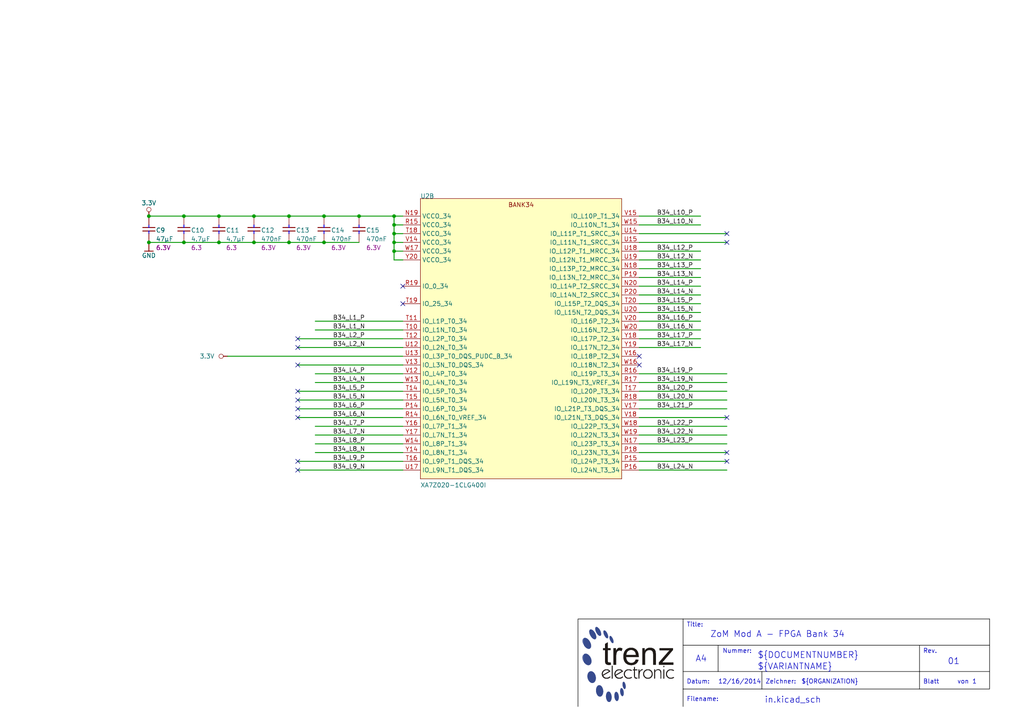
<source format=kicad_sch>
(kicad_sch (version 20230121) (generator eeschema)
  (paper "A4")
  (title_block (title "ZoM Mod A - FPGA Bank 34") (date "12/16/2014") (rev "01"))
  (lib_symbols
    (symbol "TE0719-altium-import:3.3V" (power)
      (property "Reference" "#PWR" (at 0 0 0))
      (property "Value" "3.3V" (at 0 3.81 0))
      (symbol "3.3V_0_0"
        (pin power_in line (at 0 0 0) (length 0) hide (name "3.3V") (number ""))
      )
    )
    (symbol "TE0719-altium-import:B34_0_CAP-NP"
      (symbol "B34_0_CAP-NP_1_0"
        (pin passive line (at 0 0 270) (length 2.54) (name "1") (number "1"))
        (pin passive line (at 0 -7.62 90) (length 2.54) (name "2") (number "2"))
      )
    )
    (symbol "TE0719-altium-import:B34_0_XC7Z020-2CLG400C"
      (symbol "B34_0_XC7Z020-2CLG400C_1_0"
        (text "BANK13" (at 20.32 -2.54 0) (effects (font (size 1.27 1.27)) (justify right bottom)))
        (pin bidirectional line (at -5.08 -60.96 0) (length 5.08) (name "IO_L19P_T3_13") (number "T5"))
        (pin power_in line (at -5.08 -5.08 0) (length 5.08) (name "VCCO_13") (number "T8"))
        (pin bidirectional line (at -5.08 -25.4 0) (length 5.08) (name "IO_L12P_T1_MRCC_13") (number "T9"))
        (pin bidirectional line (at -5.08 -27.94 0) (length 5.08) (name "IO_L12N_T1_MRCC_13") (number "U10"))
        (pin power_in line (at -5.08 -7.62 0) (length 5.08) (name "VCCO_13") (number "U11"))
        (pin bidirectional line (at -5.08 -63.5 0) (length 5.08) (name "IO_L19N_T3_VREF_13") (number "U5"))
        (pin bidirectional line (at -5.08 -20.32 0) (length 5.08) (name "IO_L11P_T1_SRCC_13") (number "U7"))
        (pin bidirectional line (at -5.08 -53.34 0) (length 5.08) (name "IO_L17N_T2_13") (number "U8"))
        (pin bidirectional line (at -5.08 -50.8 0) (length 5.08) (name "IO_L17P_T2_13") (number "U9"))
        (pin bidirectional line (at -5.08 -73.66 0) (length 5.08) (name "IO_L21N_T3_DQS_13") (number "V10"))
        (pin bidirectional line (at -5.08 -71.12 0) (length 5.08) (name "IO_L21P_T3_DQS_13") (number "V11"))
        (pin bidirectional line (at -5.08 -17.78 0) (length 5.08) (name "IO_L6N_T0_VREF_13") (number "V5"))
        (pin bidirectional line (at -5.08 -76.2 0) (length 5.08) (name "IO_L22P_T3_13") (number "V6"))
        (pin bidirectional line (at -5.08 -22.86 0) (length 5.08) (name "IO_L11N_T1_SRCC_13") (number "V7"))
        (pin bidirectional line (at -5.08 -40.64 0) (length 5.08) (name "IO_L15P_T2_DQS_13") (number "V8"))
        (pin bidirectional line (at -5.08 -45.72 0) (length 5.08) (name "IO_L16P_T2_13") (number "W10"))
        (pin bidirectional line (at -5.08 -55.88 0) (length 5.08) (name "IO_L18P_T2_13") (number "W11"))
        (pin bidirectional line (at -5.08 -78.74 0) (length 5.08) (name "IO_L22N_T3_13") (number "W6"))
        (pin power_in line (at -5.08 -10.16 0) (length 5.08) (name "VCCO_13") (number "W7"))
        (pin bidirectional line (at -5.08 -43.18 0) (length 5.08) (name "IO_L15N_T2_DQS_13") (number "W8"))
        (pin bidirectional line (at -5.08 -48.26 0) (length 5.08) (name "IO_L16N_T2_13") (number "W9"))
        (pin power_in line (at -5.08 -12.7 0) (length 5.08) (name "VCCO_13") (number "Y10"))
        (pin bidirectional line (at -5.08 -58.42 0) (length 5.08) (name "IO_L18N_T2_13") (number "Y11"))
        (pin bidirectional line (at -5.08 -66.04 0) (length 5.08) (name "IO_L20P_T3_13") (number "Y12"))
        (pin bidirectional line (at -5.08 -68.58 0) (length 5.08) (name "IO_L20N_T3_13") (number "Y13"))
        (pin bidirectional line (at -5.08 -33.02 0) (length 5.08) (name "IO_L13N_T2_MRCC_13") (number "Y6"))
        (pin bidirectional line (at -5.08 -30.48 0) (length 5.08) (name "IO_L13P_T2_MRCC_13") (number "Y7"))
        (pin bidirectional line (at -5.08 -38.1 0) (length 5.08) (name "IO_L14N_T2_SRCC_13") (number "Y8"))
        (pin bidirectional line (at -5.08 -35.56 0) (length 5.08) (name "IO_L14P_T2_SRCC_13") (number "Y9"))
      )
      (symbol "B34_0_XC7Z020-2CLG400C_2_0"
        (text "BANK34" (at 33.02 -2.54 0) (effects (font (size 1.27 1.27)) (justify right bottom)))
        (pin bidirectional line (at 63.5 -71.12 180) (length 5.08) (name "IO_L23P_T3_34") (number "N17"))
        (pin bidirectional line (at 63.5 -20.32 180) (length 5.08) (name "IO_L13P_T2_MRCC_34") (number "N18"))
        (pin power_in line (at -5.08 -5.08 0) (length 5.08) (name "VCCO_34") (number "N19"))
        (pin bidirectional line (at 63.5 -25.4 180) (length 5.08) (name "IO_L14P_T2_SRCC_34") (number "N20"))
        (pin bidirectional line (at -5.08 -60.96 0) (length 5.08) (name "IO_L6P_T0_34") (number "P14"))
        (pin bidirectional line (at 63.5 -76.2 180) (length 5.08) (name "IO_L24P_T3_34") (number "P15"))
        (pin bidirectional line (at 63.5 -78.74 180) (length 5.08) (name "IO_L24N_T3_34") (number "P16"))
        (pin bidirectional line (at 63.5 -73.66 180) (length 5.08) (name "IO_L23N_T3_34") (number "P18"))
        (pin bidirectional line (at 63.5 -22.86 180) (length 5.08) (name "IO_L13N_T2_MRCC_34") (number "P19"))
        (pin bidirectional line (at 63.5 -27.94 180) (length 5.08) (name "IO_L14N_T2_SRCC_34") (number "P20"))
        (pin bidirectional line (at -5.08 -63.5 0) (length 5.08) (name "IO_L6N_T0_VREF_34") (number "R14"))
        (pin power_in line (at -5.08 -7.62 0) (length 5.08) (name "VCCO_34") (number "R15"))
        (pin bidirectional line (at 63.5 -50.8 180) (length 5.08) (name "IO_L19P_T3_34") (number "R16"))
        (pin bidirectional line (at 63.5 -53.34 180) (length 5.08) (name "IO_L19N_T3_VREF_34") (number "R17"))
        (pin bidirectional line (at 63.5 -58.42 180) (length 5.08) (name "IO_L20N_T3_34") (number "R18"))
        (pin bidirectional line (at -5.08 -25.4 0) (length 5.08) (name "IO_0_34") (number "R19"))
        (pin bidirectional line (at -5.08 -38.1 0) (length 5.08) (name "IO_L1N_T0_34") (number "T10"))
        (pin bidirectional line (at -5.08 -35.56 0) (length 5.08) (name "IO_L1P_T0_34") (number "T11"))
        (pin bidirectional line (at -5.08 -40.64 0) (length 5.08) (name "IO_L2P_T0_34") (number "T12"))
        (pin bidirectional line (at -5.08 -55.88 0) (length 5.08) (name "IO_L5P_T0_34") (number "T14"))
        (pin bidirectional line (at -5.08 -58.42 0) (length 5.08) (name "IO_L5N_T0_34") (number "T15"))
        (pin bidirectional line (at -5.08 -76.2 0) (length 5.08) (name "IO_L9P_T1_DQS_34") (number "T16"))
        (pin bidirectional line (at 63.5 -55.88 180) (length 5.08) (name "IO_L20P_T3_34") (number "T17"))
        (pin power_in line (at -5.08 -10.16 0) (length 5.08) (name "VCCO_34") (number "T18"))
        (pin bidirectional line (at -5.08 -30.48 0) (length 5.08) (name "IO_25_34") (number "T19"))
        (pin bidirectional line (at 63.5 -30.48 180) (length 5.08) (name "IO_L15P_T2_DQS_34") (number "T20"))
        (pin bidirectional line (at -5.08 -43.18 0) (length 5.08) (name "IO_L2N_T0_34") (number "U12"))
        (pin bidirectional line (at -5.08 -45.72 0) (length 5.08) (name "IO_L3P_T0_DQS_PUDC_B_34") (number "U13"))
        (pin bidirectional line (at 63.5 -10.16 180) (length 5.08) (name "IO_L11P_T1_SRCC_34") (number "U14"))
        (pin bidirectional line (at 63.5 -12.7 180) (length 5.08) (name "IO_L11N_T1_SRCC_34") (number "U15"))
        (pin bidirectional line (at -5.08 -78.74 0) (length 5.08) (name "IO_L9N_T1_DQS_34") (number "U17"))
        (pin bidirectional line (at 63.5 -15.24 180) (length 5.08) (name "IO_L12P_T1_MRCC_34") (number "U18"))
        (pin bidirectional line (at 63.5 -17.78 180) (length 5.08) (name "IO_L12N_T1_MRCC_34") (number "U19"))
        (pin bidirectional line (at 63.5 -33.02 180) (length 5.08) (name "IO_L15N_T2_DQS_34") (number "U20"))
        (pin bidirectional line (at -5.08 -50.8 0) (length 5.08) (name "IO_L4P_T0_34") (number "V12"))
        (pin bidirectional line (at -5.08 -48.26 0) (length 5.08) (name "IO_L3N_T0_DQS_34") (number "V13"))
        (pin power_in line (at -5.08 -12.7 0) (length 5.08) (name "VCCO_34") (number "V14"))
        (pin bidirectional line (at 63.5 -5.08 180) (length 5.08) (name "IO_L10P_T1_34") (number "V15"))
        (pin bidirectional line (at 63.5 -45.72 180) (length 5.08) (name "IO_L18P_T2_34") (number "V16"))
        (pin bidirectional line (at 63.5 -60.96 180) (length 5.08) (name "IO_L21P_T3_DQS_34") (number "V17"))
        (pin bidirectional line (at 63.5 -63.5 180) (length 5.08) (name "IO_L21N_T3_DQS_34") (number "V18"))
        (pin bidirectional line (at 63.5 -35.56 180) (length 5.08) (name "IO_L16P_T2_34") (number "V20"))
        (pin bidirectional line (at -5.08 -53.34 0) (length 5.08) (name "IO_L4N_T0_34") (number "W13"))
        (pin bidirectional line (at -5.08 -71.12 0) (length 5.08) (name "IO_L8P_T1_34") (number "W14"))
        (pin bidirectional line (at 63.5 -7.62 180) (length 5.08) (name "IO_L10N_T1_34") (number "W15"))
        (pin bidirectional line (at 63.5 -48.26 180) (length 5.08) (name "IO_L18N_T2_34") (number "W16"))
        (pin power_in line (at -5.08 -15.24 0) (length 5.08) (name "VCCO_34") (number "W17"))
        (pin bidirectional line (at 63.5 -66.04 180) (length 5.08) (name "IO_L22P_T3_34") (number "W18"))
        (pin bidirectional line (at 63.5 -68.58 180) (length 5.08) (name "IO_L22N_T3_34") (number "W19"))
        (pin bidirectional line (at 63.5 -38.1 180) (length 5.08) (name "IO_L16N_T2_34") (number "W20"))
        (pin bidirectional line (at -5.08 -73.66 0) (length 5.08) (name "IO_L8N_T1_34") (number "Y14"))
        (pin bidirectional line (at -5.08 -66.04 0) (length 5.08) (name "IO_L7P_T1_34") (number "Y16"))
        (pin bidirectional line (at -5.08 -68.58 0) (length 5.08) (name "IO_L7N_T1_34") (number "Y17"))
        (pin bidirectional line (at 63.5 -40.64 180) (length 5.08) (name "IO_L17P_T2_34") (number "Y18"))
        (pin bidirectional line (at 63.5 -43.18 180) (length 5.08) (name "IO_L17N_T2_34") (number "Y19"))
        (pin power_in line (at -5.08 -17.78 0) (length 5.08) (name "VCCO_34") (number "Y20"))
      )
      (symbol "B34_0_XC7Z020-2CLG400C_3_0"
        (text "BANK35" (at 33.02 -2.54 0) (effects (font (size 1.27 1.27)) (justify right bottom)))
        (pin bidirectional line (at -5.08 -43.18 0) (length 5.08) (name "IO_L2N_T0_AD8N_35") (number "A20"))
        (pin bidirectional line (at -5.08 -40.64 0) (length 5.08) (name "IO_L2P_T0_AD8P_35") (number "B19"))
        (pin bidirectional line (at -5.08 -38.1 0) (length 5.08) (name "IO_L1N_T0_AD0N_35") (number "B20"))
        (pin power_in line (at -5.08 -5.08 0) (length 5.08) (name "VCCO_35") (number "C19"))
        (pin bidirectional line (at -5.08 -35.56 0) (length 5.08) (name "IO_L1P_T0_AD0P_35") (number "C20"))
        (pin bidirectional line (at -5.08 -48.26 0) (length 5.08) (name "IO_L3N_T0_DQS_AD1N_35") (number "D18"))
        (pin bidirectional line (at -5.08 -50.8 0) (length 5.08) (name "IO_L4P_T0_35") (number "D19"))
        (pin bidirectional line (at -5.08 -53.34 0) (length 5.08) (name "IO_L4N_T0_35") (number "D20"))
        (pin bidirectional line (at -5.08 -45.72 0) (length 5.08) (name "IO_L3P_T0_DQS_AD1P_35") (number "E17"))
        (pin bidirectional line (at -5.08 -55.88 0) (length 5.08) (name "IO_L5P_T0_AD9P_35") (number "E18"))
        (pin bidirectional line (at -5.08 -58.42 0) (length 5.08) (name "IO_L5N_T0_AD9N_35") (number "E19"))
        (pin bidirectional line (at -5.08 -60.96 0) (length 5.08) (name "IO_L6P_T0_35") (number "F16"))
        (pin bidirectional line (at -5.08 -63.5 0) (length 5.08) (name "IO_L6N_T0_VREF_35") (number "F17"))
        (pin power_in line (at -5.08 -7.62 0) (length 5.08) (name "VCCO_35") (number "F18"))
        (pin bidirectional line (at 63.5 -30.48 180) (length 5.08) (name "IO_L15P_T2_DQS_AD12P_35") (number "F19"))
        (pin bidirectional line (at 63.5 -33.02 180) (length 5.08) (name "IO_L15N_T2_DQS_AD12N_35") (number "F20"))
        (pin bidirectional line (at -5.08 -25.4 0) (length 5.08) (name "IO_0_35") (number "G14"))
        (pin bidirectional line (at 63.5 -53.34 180) (length 5.08) (name "IO_L19N_T3_VREF_35") (number "G15"))
        (pin bidirectional line (at 63.5 -35.56 180) (length 5.08) (name "IO_L16P_T2_35") (number "G17"))
        (pin bidirectional line (at 63.5 -38.1 180) (length 5.08) (name "IO_L16N_T2_35") (number "G18"))
        (pin bidirectional line (at 63.5 -45.72 180) (length 5.08) (name "IO_L18P_T2_AD13P_35") (number "G19"))
        (pin bidirectional line (at 63.5 -48.26 180) (length 5.08) (name "IO_L18N_T2_AD13N_35") (number "G20"))
        (pin power_in line (at -5.08 -10.16 0) (length 5.08) (name "VCCO_35") (number "H14"))
        (pin bidirectional line (at 63.5 -50.8 180) (length 5.08) (name "IO_L19P_T3_35") (number "H15"))
        (pin bidirectional line (at 63.5 -20.32 180) (length 5.08) (name "IO_L13P_T2_MRCC_35") (number "H16"))
        (pin bidirectional line (at 63.5 -22.86 180) (length 5.08) (name "IO_L13N_T2_MRCC_35") (number "H17"))
        (pin bidirectional line (at 63.5 -27.94 180) (length 5.08) (name "IO_L14N_T2_AD4N_SRCC_35") (number "H18"))
        (pin bidirectional line (at 63.5 -43.18 180) (length 5.08) (name "IO_L17N_T2_AD5N_35") (number "H20"))
        (pin bidirectional line (at 63.5 -58.42 180) (length 5.08) (name "IO_L20N_T3_AD6N_35") (number "J14"))
        (pin bidirectional line (at -5.08 -30.48 0) (length 5.08) (name "IO_25_35") (number "J15"))
        (pin bidirectional line (at 63.5 -78.74 180) (length 5.08) (name "IO_L24N_T3_AD15N_35") (number "J16"))
        (pin power_in line (at -5.08 -12.7 0) (length 5.08) (name "VCCO_35") (number "J17"))
        (pin bidirectional line (at 63.5 -25.4 180) (length 5.08) (name "IO_L14P_T2_AD4P_SRCC_35") (number "J18"))
        (pin bidirectional line (at 63.5 -7.62 180) (length 5.08) (name "IO_L10N_T1_AD11N_35") (number "J19"))
        (pin bidirectional line (at 63.5 -40.64 180) (length 5.08) (name "IO_L17P_T2_AD5P_35") (number "J20"))
        (pin bidirectional line (at 63.5 -55.88 180) (length 5.08) (name "IO_L20P_T3_AD6P_35") (number "K14"))
        (pin bidirectional line (at 63.5 -76.2 180) (length 5.08) (name "IO_L24P_T3_AD15P_35") (number "K16"))
        (pin bidirectional line (at 63.5 -15.24 180) (length 5.08) (name "IO_L12P_T1_MRCC_35") (number "K17"))
        (pin bidirectional line (at 63.5 -17.78 180) (length 5.08) (name "IO_L12N_T1_MRCC_35") (number "K18"))
        (pin bidirectional line (at 63.5 -5.08 180) (length 5.08) (name "IO_L10P_T1_AD11P_35") (number "K19"))
        (pin power_in line (at -5.08 -15.24 0) (length 5.08) (name "VCCO_35") (number "K20"))
        (pin bidirectional line (at 63.5 -66.04 180) (length 5.08) (name "IO_L22P_T3_AD7P_35") (number "L14"))
        (pin bidirectional line (at 63.5 -68.58 180) (length 5.08) (name "IO_L22N_T3_AD7N_35") (number "L15"))
        (pin bidirectional line (at 63.5 -10.16 180) (length 5.08) (name "IO_L11P_T1_SRCC_35") (number "L16"))
        (pin bidirectional line (at 63.5 -12.7 180) (length 5.08) (name "IO_L11N_T1_SRCC_35") (number "L17"))
        (pin bidirectional line (at -5.08 -76.2 0) (length 5.08) (name "IO_L9P_T1_DQS_AD3P_35") (number "L19"))
        (pin bidirectional line (at -5.08 -78.74 0) (length 5.08) (name "IO_L9N_T1_DQS_AD3N_35") (number "L20"))
        (pin bidirectional line (at 63.5 -71.12 180) (length 5.08) (name "IO_L23P_T3_35") (number "M14"))
        (pin bidirectional line (at 63.5 -73.66 180) (length 5.08) (name "IO_L23N_T3_35") (number "M15"))
        (pin power_in line (at -5.08 -17.78 0) (length 5.08) (name "VCCO_35") (number "M16"))
        (pin bidirectional line (at -5.08 -71.12 0) (length 5.08) (name "IO_L8P_T1_AD10P_35") (number "M17"))
        (pin bidirectional line (at -5.08 -73.66 0) (length 5.08) (name "IO_L8N_T1_AD10N_35") (number "M18"))
        (pin bidirectional line (at -5.08 -66.04 0) (length 5.08) (name "IO_L7P_T1_AD2P_35") (number "M19"))
        (pin bidirectional line (at -5.08 -68.58 0) (length 5.08) (name "IO_L7N_T1_AD2N_35") (number "M20"))
        (pin bidirectional line (at 63.5 -60.96 180) (length 5.08) (name "IO_L21P_T3_DQS_AD14P_35") (number "N15"))
        (pin bidirectional line (at 63.5 -63.5 180) (length 5.08) (name "IO_L21N_T3_DQS_AD14N_35") (number "N16"))
      )
      (symbol "B34_0_XC7Z020-2CLG400C_4_0"
        (text "BANK500" (at 27.94 -2.54 0) (effects (font (size 1.27 1.27)) (justify right bottom)))
        (pin bidirectional line (at 50.8 -10.16 180) (length 5.08) (name "PS_MIO6_500") (number "A5"))
        (pin bidirectional line (at 50.8 -7.62 180) (length 5.08) (name "PS_MIO5_500") (number "A6"))
        (pin bidirectional line (at -5.08 -27.94 0) (length 5.08) (name "PS_MIO1_500") (number "A7"))
        (pin bidirectional line (at 50.8 -17.78 180) (length 5.08) (name "PS_MIO9_500") (number "B5"))
        (pin power_in line (at -5.08 -5.08 0) (length 5.08) (name "VCCO_MIO0_500") (number "B6"))
        (pin bidirectional line (at 50.8 -5.08 180) (length 5.08) (name "PS_MIO4_500") (number "B7"))
        (pin bidirectional line (at -5.08 -30.48 0) (length 5.08) (name "PS_MIO2_500") (number "B8"))
        (pin bidirectional line (at 50.8 -30.48 180) (length 5.08) (name "PS_MIO14_500") (number "C5"))
        (pin bidirectional line (at 50.8 -22.86 180) (length 5.08) (name "PS_MIO11_500") (number "C6"))
        (pin input line (at -5.08 -17.78 0) (length 5.08) (name "PS_POR_B_500") (number "C7"))
        (pin bidirectional line (at 50.8 -33.02 180) (length 5.08) (name "PS_MIO15_500") (number "C8"))
        (pin bidirectional line (at 50.8 -15.24 180) (length 5.08) (name "PS_MIO8_500") (number "D5"))
        (pin bidirectional line (at -5.08 -33.02 0) (length 5.08) (name "PS_MIO3_500") (number "D6"))
        (pin power_in line (at -5.08 -7.62 0) (length 5.08) (name "VCCO_MIO0_500") (number "D7"))
        (pin bidirectional line (at 50.8 -12.7 180) (length 5.08) (name "PS_MIO7_500") (number "D8"))
        (pin bidirectional line (at 50.8 -25.4 180) (length 5.08) (name "PS_MIO12_500") (number "D9"))
        (pin bidirectional line (at -5.08 -25.4 0) (length 5.08) (name "PS_MIO0_500") (number "E6"))
        (pin input line (at -5.08 -12.7 0) (length 5.08) (name "PS_CLK_500") (number "E7"))
        (pin bidirectional line (at 50.8 -27.94 180) (length 5.08) (name "PS_MIO13_500") (number "E8"))
        (pin bidirectional line (at 50.8 -20.32 180) (length 5.08) (name "PS_MIO10_500") (number "E9"))
      )
      (symbol "B34_0_XC7Z020-2CLG400C_5_0"
        (text "BANK501" (at 30.48 -2.54 0) (effects (font (size 1.27 1.27)) (justify right bottom)))
        (pin bidirectional line (at 55.88 -22.86 180) (length 5.08) (name "PS_MIO37_501") (number "A10"))
        (pin bidirectional line (at 55.88 -20.32 180) (length 5.08) (name "PS_MIO36_501") (number "A11"))
        (pin bidirectional line (at 55.88 -15.24 180) (length 5.08) (name "PS_MIO34_501") (number "A12"))
        (pin power_in line (at -5.08 -5.08 0) (length 5.08) (name "VCCO_MIO1_501") (number "A13"))
        (pin bidirectional line (at 55.88 -10.16 180) (length 5.08) (name "PS_MIO32_501") (number "A14"))
        (pin bidirectional line (at -5.08 -55.88 0) (length 5.08) (name "PS_MIO26_501") (number "A15"))
        (pin bidirectional line (at -5.08 -50.8 0) (length 5.08) (name "PS_MIO24_501") (number "A16"))
        (pin bidirectional line (at -5.08 -40.64 0) (length 5.08) (name "PS_MIO20_501") (number "A17"))
        (pin bidirectional line (at -5.08 -30.48 0) (length 5.08) (name "PS_MIO16_501") (number "A19"))
        (pin bidirectional line (at 55.88 -38.1 180) (length 5.08) (name "PS_MIO43_501") (number "A9"))
        (pin passive line (at -5.08 -22.86 0) (length 5.08) (name "PS_SRST_B_501") (number "B10"))
        (pin bidirectional line (at 55.88 -50.8 180) (length 5.08) (name "PS_MIO48_501") (number "B12"))
        (pin bidirectional line (at 55.88 -55.88 180) (length 5.08) (name "PS_MIO50_501") (number "B13"))
        (pin bidirectional line (at 55.88 -48.26 180) (length 5.08) (name "PS_MIO47_501") (number "B14"))
        (pin bidirectional line (at 55.88 -43.18 180) (length 5.08) (name "PS_MIO45_501") (number "B15"))
        (pin power_in line (at -5.08 -7.62 0) (length 5.08) (name "VCCO_MIO1_501") (number "B16"))
        (pin bidirectional line (at -5.08 -45.72 0) (length 5.08) (name "PS_MIO22_501") (number "B17"))
        (pin bidirectional line (at -5.08 -35.56 0) (length 5.08) (name "PS_MIO18_501") (number "B18"))
        (pin bidirectional line (at 55.88 -58.42 180) (length 5.08) (name "PS_MIO51_501") (number "B9"))
        (pin bidirectional line (at 55.88 -60.96 180) (length 5.08) (name "PS_MIO52_501") (number "C10"))
        (pin bidirectional line (at 55.88 -63.5 180) (length 5.08) (name "PS_MIO53_501") (number "C11"))
        (pin bidirectional line (at 55.88 -53.34 180) (length 5.08) (name "PS_MIO49_501") (number "C12"))
        (pin bidirectional line (at -5.08 -63.5 0) (length 5.08) (name "PS_MIO29_501") (number "C13"))
        (pin bidirectional line (at 55.88 -5.08 180) (length 5.08) (name "PS_MIO30_501") (number "C15"))
        (pin bidirectional line (at -5.08 -60.96 0) (length 5.08) (name "PS_MIO28_501") (number "C16"))
        (pin bidirectional line (at 55.88 -33.02 180) (length 5.08) (name "PS_MIO41_501") (number "C17"))
        (pin bidirectional line (at 55.88 -27.94 180) (length 5.08) (name "PS_MIO39_501") (number "C18"))
        (pin bidirectional line (at -5.08 -38.1 0) (length 5.08) (name "PS_MIO19_501") (number "D10"))
        (pin bidirectional line (at -5.08 -48.26 0) (length 5.08) (name "PS_MIO23_501") (number "D11"))
        (pin power_in line (at -5.08 -10.16 0) (length 5.08) (name "VCCO_MIO1_501") (number "D12"))
        (pin bidirectional line (at -5.08 -58.42 0) (length 5.08) (name "PS_MIO27_501") (number "D13"))
        (pin bidirectional line (at 55.88 -30.48 180) (length 5.08) (name "PS_MIO40_501") (number "D14"))
        (pin bidirectional line (at 55.88 -12.7 180) (length 5.08) (name "PS_MIO33_501") (number "D15"))
        (pin bidirectional line (at 55.88 -45.72 180) (length 5.08) (name "PS_MIO46_501") (number "D16"))
        (pin bidirectional line (at -5.08 -17.78 0) (length 5.08) (name "PS_MIO_VREF_501") (number "E11"))
        (pin bidirectional line (at 55.88 -35.56 180) (length 5.08) (name "PS_MIO42_501") (number "E12"))
        (pin bidirectional line (at 55.88 -25.4 180) (length 5.08) (name "PS_MIO38_501") (number "E13"))
        (pin bidirectional line (at -5.08 -33.02 0) (length 5.08) (name "PS_MIO17_501") (number "E14"))
        (pin power_in line (at -5.08 -12.7 0) (length 5.08) (name "VCCO_MIO1_501") (number "E15"))
        (pin bidirectional line (at 55.88 -7.62 180) (length 5.08) (name "PS_MIO31_501") (number "E16"))
        (pin bidirectional line (at 55.88 -17.78 180) (length 5.08) (name "PS_MIO35_501") (number "F12"))
        (pin bidirectional line (at 55.88 -40.64 180) (length 5.08) (name "PS_MIO44_501") (number "F13"))
        (pin bidirectional line (at -5.08 -43.18 0) (length 5.08) (name "PS_MIO21_501") (number "F14"))
        (pin bidirectional line (at -5.08 -53.34 0) (length 5.08) (name "PS_MIO25_501") (number "F15"))
      )
      (symbol "B34_0_XC7Z020-2CLG400C_6_0"
        (text "BANK502" (at 33.02 -2.54 0) (effects (font (size 1.27 1.27)) (justify right bottom)))
        (pin output line (at 55.88 -55.88 180) (length 5.08) (name "PS_DDR_DM0_502") (number "A1"))
        (pin bidirectional line (at -5.08 -43.18 0) (length 5.08) (name "PS_DDR_DQ2_502") (number "A2"))
        (pin power_in line (at -5.08 -2.54 0) (length 5.08) (name "VCCO_DDR_502") (number "A3"))
        (pin bidirectional line (at -5.08 -45.72 0) (length 5.08) (name "PS_DDR_DQ3_502") (number "A4"))
        (pin bidirectional line (at -5.08 -124.46 0) (length 5.08) (name "PS_DDR_DQS_N0_502") (number "B2"))
        (pin bidirectional line (at -5.08 -40.64 0) (length 5.08) (name "PS_DDR_DQ1_502") (number "B3"))
        (pin output line (at 55.88 -116.84 180) (length 5.08) (name "PS_DDR_DRST_B_502") (number "B4"))
        (pin bidirectional line (at -5.08 -53.34 0) (length 5.08) (name "PS_DDR_DQ6_502") (number "C1"))
        (pin bidirectional line (at -5.08 -121.92 0) (length 5.08) (name "PS_DDR_DQS_P0_502") (number "C2"))
        (pin bidirectional line (at -5.08 -38.1 0) (length 5.08) (name "PS_DDR_DQ0_502") (number "C3"))
        (pin bidirectional line (at -5.08 -50.8 0) (length 5.08) (name "PS_DDR_DQ5_502") (number "D1"))
        (pin power_in line (at -5.08 -5.08 0) (length 5.08) (name "VCCO_DDR_502") (number "D2"))
        (pin bidirectional line (at -5.08 -48.26 0) (length 5.08) (name "PS_DDR_DQ4_502") (number "D3"))
        (pin output line (at 55.88 -38.1 180) (length 5.08) (name "PS_DDR_A13_502") (number "D4"))
        (pin bidirectional line (at -5.08 -55.88 0) (length 5.08) (name "PS_DDR_DQ7_502") (number "E1"))
        (pin bidirectional line (at -5.08 -58.42 0) (length 5.08) (name "PS_DDR_DQ8_502") (number "E2"))
        (pin bidirectional line (at -5.08 -60.96 0) (length 5.08) (name "PS_DDR_DQ9_502") (number "E3"))
        (pin output line (at 55.88 -35.56 180) (length 5.08) (name "PS_DDR_A12_502") (number "E4"))
        (pin power_in line (at -5.08 -7.62 0) (length 5.08) (name "VCCO_DDR_502") (number "E5"))
        (pin output line (at 55.88 -58.42 180) (length 5.08) (name "PS_DDR_DM1_502") (number "F1"))
        (pin bidirectional line (at -5.08 -132.08 0) (length 5.08) (name "PS_DDR_DQS_N1_502") (number "F2"))
        (pin output line (at 55.88 -40.64 180) (length 5.08) (name "PS_DDR_A14_502") (number "F4"))
        (pin output line (at 55.88 -30.48 180) (length 5.08) (name "PS_DDR_A10_502") (number "F5"))
        (pin power_in line (at -5.08 -10.16 0) (length 5.08) (name "VCCO_DDR_502") (number "G1"))
        (pin bidirectional line (at -5.08 -129.54 0) (length 5.08) (name "PS_DDR_DQS_P1_502") (number "G2"))
        (pin bidirectional line (at -5.08 -63.5 0) (length 5.08) (name "PS_DDR_DQ10_502") (number "G3"))
        (pin output line (at 55.88 -33.02 180) (length 5.08) (name "PS_DDR_A11_502") (number "G4"))
        (pin output line (at 55.88 -78.74 180) (length 5.08) (name "PS_DDR_VRN_502") (number "G5"))
        (pin bidirectional line (at -5.08 -73.66 0) (length 5.08) (name "PS_DDR_DQ14_502") (number "H1"))
        (pin bidirectional line (at -5.08 -71.12 0) (length 5.08) (name "PS_DDR_DQ13_502") (number "H2"))
        (pin bidirectional line (at -5.08 -66.04 0) (length 5.08) (name "PS_DDR_DQ11_502") (number "H3"))
        (pin power_in line (at -5.08 -12.7 0) (length 5.08) (name "VCCO_DDR_502") (number "H4"))
        (pin output line (at 55.88 -76.2 180) (length 5.08) (name "PS_DDR_VRP_502") (number "H5"))
        (pin power_in line (at -5.08 -30.48 0) (length 5.08) (name "PS_DDR_VREF0_502") (number "H6"))
        (pin bidirectional line (at -5.08 -76.2 0) (length 5.08) (name "PS_DDR_DQ15_502") (number "J1"))
        (pin bidirectional line (at -5.08 -68.58 0) (length 5.08) (name "PS_DDR_DQ12_502") (number "J3"))
        (pin output line (at 55.88 -27.94 180) (length 5.08) (name "PS_DDR_A9_502") (number "J4"))
        (pin output line (at 55.88 -50.8 180) (length 5.08) (name "PS_DDR_BA2_502") (number "J5"))
        (pin output line (at 55.88 -25.4 180) (length 5.08) (name "PS_DDR_A8_502") (number "K1"))
        (pin output line (at 55.88 -7.62 180) (length 5.08) (name "PS_DDR_A1_502") (number "K2"))
        (pin output line (at 55.88 -12.7 180) (length 5.08) (name "PS_DDR_A3_502") (number "K3"))
        (pin output line (at 55.88 -22.86 180) (length 5.08) (name "PS_DDR_A7_502") (number "K4"))
        (pin output line (at 55.88 -17.78 180) (length 5.08) (name "PS_DDR_A5_502") (number "L1"))
        (pin output line (at 55.88 -68.58 180) (length 5.08) (name "PS_DDR_CKP_502") (number "L2"))
        (pin power_in line (at -5.08 -15.24 0) (length 5.08) (name "VCCO_DDR_502") (number "L3"))
        (pin output line (at 55.88 -20.32 180) (length 5.08) (name "PS_DDR_A6_502") (number "L4"))
        (pin output line (at 55.88 -45.72 180) (length 5.08) (name "PS_DDR_BA0_502") (number "L5"))
        (pin output line (at 55.88 -71.12 180) (length 5.08) (name "PS_DDR_CKN_502") (number "M2"))
        (pin output line (at 55.88 -10.16 180) (length 5.08) (name "PS_DDR_A2_502") (number "M3"))
        (pin output line (at 55.88 -15.24 180) (length 5.08) (name "PS_DDR_A4_502") (number "M4"))
        (pin output line (at 55.88 -101.6 180) (length 5.08) (name "PS_DDR_WE_B_502") (number "M5"))
        (pin output line (at 55.88 -91.44 180) (length 5.08) (name "PS_DDR_CS_B_502") (number "N1"))
        (pin output line (at 55.88 -5.08 180) (length 5.08) (name "PS_DDR_A0_502") (number "N2"))
        (pin output line (at 55.88 -96.52 180) (length 5.08) (name "PS_DDR_CKE_502") (number "N3"))
        (pin output line (at 55.88 -86.36 180) (length 5.08) (name "PS_DDR_ODT_502") (number "N5"))
        (pin bidirectional line (at -5.08 -78.74 0) (length 5.08) (name "PS_DDR_DQ16_502") (number "P1"))
        (pin power_in line (at -5.08 -17.78 0) (length 5.08) (name "VCCO_DDR_502") (number "P2"))
        (pin bidirectional line (at -5.08 -81.28 0) (length 5.08) (name "PS_DDR_DQ17_502") (number "P3"))
        (pin output line (at 55.88 -111.76 180) (length 5.08) (name "PS_DDR_RAS_B_502") (number "P4"))
        (pin output line (at 55.88 -106.68 180) (length 5.08) (name "PS_DDR_CAS_B_502") (number "P5"))
        (pin power_in line (at -5.08 -33.02 0) (length 5.08) (name "PS_DDR_VREF1_502") (number "P6"))
        (pin bidirectional line (at -5.08 -86.36 0) (length 5.08) (name "PS_DDR_DQ19_502") (number "R1"))
        (pin bidirectional line (at -5.08 -137.16 0) (length 5.08) (name "PS_DDR_DQS_P2_502") (number "R2"))
        (pin bidirectional line (at -5.08 -83.82 0) (length 5.08) (name "PS_DDR_DQ18_502") (number "R3"))
        (pin output line (at 55.88 -48.26 180) (length 5.08) (name "PS_DDR_BA1_502") (number "R4"))
        (pin power_in line (at -5.08 -20.32 0) (length 5.08) (name "VCCO_DDR_502") (number "R5"))
        (pin output line (at 55.88 -60.96 180) (length 5.08) (name "PS_DDR_DM2_502") (number "T1"))
        (pin bidirectional line (at -5.08 -139.7 0) (length 5.08) (name "PS_DDR_DQS_N2_502") (number "T2"))
        (pin bidirectional line (at -5.08 -88.9 0) (length 5.08) (name "PS_DDR_DQ20_502") (number "T4"))
        (pin power_in line (at -5.08 -22.86 0) (length 5.08) (name "VCCO_DDR_502") (number "U1"))
        (pin bidirectional line (at -5.08 -93.98 0) (length 5.08) (name "PS_DDR_DQ22_502") (number "U2"))
        (pin bidirectional line (at -5.08 -96.52 0) (length 5.08) (name "PS_DDR_DQ23_502") (number "U3"))
        (pin bidirectional line (at -5.08 -91.44 0) (length 5.08) (name "PS_DDR_DQ21_502") (number "U4"))
        (pin bidirectional line (at -5.08 -99.06 0) (length 5.08) (name "PS_DDR_DQ24_502") (number "V1"))
        (pin bidirectional line (at -5.08 -114.3 0) (length 5.08) (name "PS_DDR_DQ30_502") (number "V2"))
        (pin bidirectional line (at -5.08 -116.84 0) (length 5.08) (name "PS_DDR_DQ31_502") (number "V3"))
        (pin power_in line (at -5.08 -25.4 0) (length 5.08) (name "VCCO_DDR_502") (number "V4"))
        (pin bidirectional line (at -5.08 -104.14 0) (length 5.08) (name "PS_DDR_DQ26_502") (number "W1"))
        (pin bidirectional line (at -5.08 -111.76 0) (length 5.08) (name "PS_DDR_DQ29_502") (number "W3"))
        (pin bidirectional line (at -5.08 -147.32 0) (length 5.08) (name "PS_DDR_DQS_N3_502") (number "W4"))
        (pin bidirectional line (at -5.08 -144.78 0) (length 5.08) (name "PS_DDR_DQS_P3_502") (number "W5"))
        (pin output line (at 55.88 -63.5 180) (length 5.08) (name "PS_DDR_DM3_502") (number "Y1"))
        (pin bidirectional line (at -5.08 -109.22 0) (length 5.08) (name "PS_DDR_DQ28_502") (number "Y2"))
        (pin bidirectional line (at -5.08 -101.6 0) (length 5.08) (name "PS_DDR_DQ25_502") (number "Y3"))
        (pin bidirectional line (at -5.08 -106.68 0) (length 5.08) (name "PS_DDR_DQ27_502") (number "Y4"))
      )
      (symbol "B34_0_XC7Z020-2CLG400C_7_0"
        (pin power_in line (at -5.08 -22.86 0) (length 5.08) (name "RSVDGND") (number "F10"))
        (pin power_in line (at -5.08 -7.62 0) (length 5.08) (name "VCCBATT_0") (number "F11"))
        (pin output line (at -5.08 -48.26 0) (length 5.08) (name "TDO_0") (number "F6"))
        (pin input line (at -5.08 -50.8 0) (length 5.08) (name "TCK_0") (number "F9"))
        (pin input line (at -5.08 -45.72 0) (length 5.08) (name "TDI_0") (number "G6"))
        (pin power_in line (at 40.64 -30.48 180) (length 5.08) (name "GNDADC_0") (number "J10"))
        (pin input line (at -5.08 -53.34 0) (length 5.08) (name "TMS_0") (number "J6"))
        (pin power_in line (at 40.64 -2.54 180) (length 5.08) (name "VCCADC_0") (number "J9"))
        (pin bidirectional line (at 40.64 -10.16 180) (length 5.08) (name "VREFN_0") (number "K10"))
        (pin power_in line (at -5.08 -2.54 0) (length 5.08) (name "VCCO_0") (number "K6"))
        (pin input line (at 40.64 -15.24 180) (length 5.08) (name "VP_0") (number "K9"))
        (pin input line (at 40.64 -17.78 180) (length 5.08) (name "VN_0") (number "L10"))
        (pin bidirectional line (at -5.08 -35.56 0) (length 5.08) (name "PROGRAM_B_0") (number "L6"))
        (pin bidirectional line (at 40.64 -7.62 180) (length 5.08) (name "VREFP_0") (number "L9"))
        (pin input line (at 40.64 -25.4 180) (length 5.08) (name "DXN_0") (number "M10"))
        (pin input line (at -5.08 -40.64 0) (length 5.08) (name "CFGBVS_0") (number "M6"))
        (pin input line (at 40.64 -22.86 180) (length 5.08) (name "DXP_0") (number "M9"))
        (pin power_in line (at -5.08 -17.78 0) (length 5.08) (name "RSVDVCC3") (number "N6"))
        (pin input line (at -5.08 -58.42 0) (length 5.08) (name "INIT_B_0") (number "R10"))
        (pin bidirectional line (at -5.08 -30.48 0) (length 5.08) (name "DONE_0") (number "R11"))
        (pin power_in line (at -5.08 -15.24 0) (length 5.08) (name "RSVDVCC2") (number "R6"))
        (pin power_in line (at -5.08 -12.7 0) (length 5.08) (name "RSVDVCC1") (number "T6"))
      )
      (symbol "B34_0_XC7Z020-2CLG400C_8_0"
        (pin power_in line (at -5.08 -43.18 0) (length 5.08) (name "GND") (number "A18"))
        (pin power_in line (at -5.08 -40.64 0) (length 5.08) (name "GND") (number "A8"))
        (pin power_in line (at -5.08 -45.72 0) (length 5.08) (name "GND") (number "B1"))
        (pin power_in line (at -5.08 -48.26 0) (length 5.08) (name "GND") (number "B11"))
        (pin power_in line (at -5.08 -53.34 0) (length 5.08) (name "GND") (number "C14"))
        (pin power_in line (at -5.08 -50.8 0) (length 5.08) (name "GND") (number "C4"))
        (pin power_in line (at -5.08 -104.14 0) (length 5.08) (name "GND") (number "C9"))
        (pin power_in line (at -5.08 -58.42 0) (length 5.08) (name "GND") (number "D17"))
        (pin power_in line (at -5.08 -60.96 0) (length 5.08) (name "GND") (number "E10"))
        (pin power_in line (at -5.08 -63.5 0) (length 5.08) (name "GND") (number "E20"))
        (pin power_in line (at -5.08 -66.04 0) (length 5.08) (name "GND") (number "F3"))
        (pin power_in line (at -5.08 -68.58 0) (length 5.08) (name "GND") (number "F7"))
        (pin power_in line (at -5.08 -27.94 0) (length 5.08) (name "VCCPAUX") (number "F8"))
        (pin power_in line (at -5.08 -71.12 0) (length 5.08) (name "GND") (number "G10"))
        (pin power_in line (at 38.1 -27.94 180) (length 5.08) (name "VCCBRAM") (number "G11"))
        (pin power_in line (at -5.08 -73.66 0) (length 5.08) (name "GND") (number "G12"))
        (pin power_in line (at 38.1 -2.54 180) (length 5.08) (name "VCCINT") (number "G13"))
        (pin power_in line (at -5.08 -76.2 0) (length 5.08) (name "GND") (number "G16"))
        (pin power_in line (at 38.1 -35.56 180) (length 5.08) (name "VCCPINT") (number "G7"))
        (pin power_in line (at -5.08 -20.32 0) (length 5.08) (name "VCCPLL") (number "G8"))
        (pin power_in line (at -5.08 -25.4 0) (length 5.08) (name "VCCPAUX") (number "G9"))
        (pin power_in line (at 38.1 -30.48 180) (length 5.08) (name "VCCBRAM") (number "H10"))
        (pin power_in line (at -5.08 -83.82 0) (length 5.08) (name "GND") (number "H11"))
        (pin power_in line (at 38.1 -5.08 180) (length 5.08) (name "VCCINT") (number "H12"))
        (pin power_in line (at -5.08 -86.36 0) (length 5.08) (name "GND") (number "H13"))
        (pin power_in line (at -5.08 -88.9 0) (length 5.08) (name "GND") (number "H19"))
        (pin power_in line (at -5.08 -78.74 0) (length 5.08) (name "GND") (number "H7"))
        (pin power_in line (at -5.08 -30.48 0) (length 5.08) (name "VCCPAUX") (number "H8"))
        (pin power_in line (at -5.08 -81.28 0) (length 5.08) (name "GND") (number "H9"))
        (pin power_in line (at -5.08 -2.54 0) (length 5.08) (name "VCCAUX") (number "J11"))
        (pin power_in line (at -5.08 -96.52 0) (length 5.08) (name "GND") (number "J12"))
        (pin power_in line (at 38.1 -7.62 180) (length 5.08) (name "VCCINT") (number "J13"))
        (pin power_in line (at -5.08 -91.44 0) (length 5.08) (name "GND") (number "J2"))
        (pin power_in line (at 38.1 -38.1 180) (length 5.08) (name "VCCPINT") (number "J7"))
        (pin power_in line (at -5.08 -93.98 0) (length 5.08) (name "GND") (number "J8"))
        (pin power_in line (at -5.08 -55.88 0) (length 5.08) (name "GND") (number "K11"))
        (pin power_in line (at 38.1 -10.16 180) (length 5.08) (name "VCCINT") (number "K12"))
        (pin power_in line (at -5.08 -106.68 0) (length 5.08) (name "GND") (number "K13"))
        (pin power_in line (at -5.08 -109.22 0) (length 5.08) (name "GND") (number "K15"))
        (pin power_in line (at -5.08 -99.06 0) (length 5.08) (name "GND") (number "K5"))
        (pin power_in line (at -5.08 -101.6 0) (length 5.08) (name "GND") (number "K7"))
        (pin power_in line (at -5.08 -33.02 0) (length 5.08) (name "VCCPAUX") (number "K8"))
        (pin power_in line (at -5.08 -5.08 0) (length 5.08) (name "VCCAUX") (number "L11"))
        (pin power_in line (at -5.08 -114.3 0) (length 5.08) (name "GND") (number "L12"))
        (pin power_in line (at 38.1 -12.7 180) (length 5.08) (name "VCCINT") (number "L13"))
        (pin power_in line (at -5.08 -116.84 0) (length 5.08) (name "GND") (number "L18"))
        (pin power_in line (at 38.1 -40.64 180) (length 5.08) (name "VCCPINT") (number "L7"))
        (pin power_in line (at -5.08 -111.76 0) (length 5.08) (name "GND") (number "L8"))
        (pin power_in line (at -5.08 -119.38 0) (length 5.08) (name "GND") (number "M1"))
        (pin power_in line (at 38.1 -55.88 180) (length 5.08) (name "GND") (number "M11"))
        (pin power_in line (at 38.1 -15.24 180) (length 5.08) (name "VCCINT") (number "M12"))
        (pin power_in line (at 38.1 -58.42 180) (length 5.08) (name "GND") (number "M13"))
        (pin power_in line (at 38.1 -53.34 180) (length 5.08) (name "GND") (number "M7"))
        (pin power_in line (at -5.08 -35.56 0) (length 5.08) (name "VCCPAUX") (number "M8"))
        (pin power_in line (at 38.1 -66.04 180) (length 5.08) (name "GND") (number "N10"))
        (pin power_in line (at -5.08 -15.24 0) (length 5.08) (name "VCCAUX") (number "N11"))
        (pin power_in line (at 38.1 -68.58 180) (length 5.08) (name "GND") (number "N12"))
        (pin power_in line (at 38.1 -17.78 180) (length 5.08) (name "VCCINT") (number "N13"))
        (pin power_in line (at 38.1 -71.12 180) (length 5.08) (name "GND") (number "N14"))
        (pin power_in line (at 38.1 -60.96 180) (length 5.08) (name "GND") (number "N4"))
        (pin power_in line (at 38.1 -43.18 180) (length 5.08) (name "VCCPINT") (number "N7"))
        (pin power_in line (at 38.1 -63.5 180) (length 5.08) (name "GND") (number "N8"))
        (pin power_in line (at -5.08 -7.62 0) (length 5.08) (name "VCCAUX") (number "N9"))
        (pin power_in line (at -5.08 -10.16 0) (length 5.08) (name "VCCAUX") (number "P10"))
        (pin power_in line (at 38.1 -78.74 180) (length 5.08) (name "GND") (number "P11"))
        (pin power_in line (at 38.1 -20.32 180) (length 5.08) (name "VCCINT") (number "P12"))
        (pin power_in line (at 38.1 -81.28 180) (length 5.08) (name "GND") (number "P13"))
        (pin power_in line (at 38.1 -83.82 180) (length 5.08) (name "GND") (number "P17"))
        (pin power_in line (at 38.1 -73.66 180) (length 5.08) (name "GND") (number "P7"))
        (pin power_in line (at 38.1 -45.72 180) (length 5.08) (name "VCCPINT") (number "P8"))
        (pin power_in line (at 38.1 -76.2 180) (length 5.08) (name "GND") (number "P9"))
        (pin power_in line (at 38.1 -88.9 180) (length 5.08) (name "GND") (number "R12"))
        (pin power_in line (at 38.1 -22.86 180) (length 5.08) (name "VCCINT") (number "R13"))
        (pin power_in line (at 38.1 -91.44 180) (length 5.08) (name "GND") (number "R20"))
        (pin power_in line (at 38.1 -48.26 180) (length 5.08) (name "VCCPINT") (number "R7"))
        (pin power_in line (at 38.1 -86.36 180) (length 5.08) (name "GND") (number "R8"))
        (pin power_in line (at -5.08 -12.7 0) (length 5.08) (name "VCCAUX") (number "R9"))
        (pin power_in line (at 38.1 -99.06 180) (length 5.08) (name "GND") (number "T13"))
        (pin power_in line (at 38.1 -93.98 180) (length 5.08) (name "GND") (number "T3"))
        (pin power_in line (at 38.1 -96.52 180) (length 5.08) (name "GND") (number "T7"))
        (pin power_in line (at 38.1 -104.14 180) (length 5.08) (name "GND") (number "U16"))
        (pin power_in line (at 38.1 -101.6 180) (length 5.08) (name "GND") (number "U6"))
        (pin power_in line (at 38.1 -109.22 180) (length 5.08) (name "GND") (number "V19"))
        (pin power_in line (at 38.1 -106.68 180) (length 5.08) (name "GND") (number "V9"))
        (pin power_in line (at 38.1 -114.3 180) (length 5.08) (name "GND") (number "W12"))
        (pin power_in line (at 38.1 -111.76 180) (length 5.08) (name "GND") (number "W2"))
        (pin power_in line (at 38.1 -119.38 180) (length 5.08) (name "GND") (number "Y15"))
        (pin power_in line (at 38.1 -116.84 180) (length 5.08) (name "GND") (number "Y5"))
      )
    )
    (symbol "TE0719-altium-import:GND" (power)
      (property "Reference" "#PWR" (at 0 0 0))
      (property "Value" "GND" (at 0 3.81 0))
      (symbol "GND_0_0"
        (pin power_in line (at 0 0 0) (length 0) hide (name "GND") (number ""))
      )
    )
  )
  (junction (at 93.98 62.6872))
  (junction (at 53.34 70.3072))
  (junction (at 53.34 62.6872))
  (junction (at 73.66 62.6872))
  (junction (at 43.18 62.6872))
  (junction (at 114.3 70.3072))
  (junction (at 114.3 62.6872))
  (junction (at 63.5 70.3072))
  (junction (at 93.98 70.3072))
  (junction (at 43.18 70.3072))
  (junction (at 63.5 62.6872))
  (junction (at 73.66 70.3072))
  (junction (at 83.82 62.6872))
  (junction (at 114.3 67.7672))
  (junction (at 114.3 72.8472))
  (junction (at 114.3 65.2272))
  (junction (at 83.82 70.3072))
  (junction (at 104.14 62.6872))
  (no_connect (at 86.36 118.5672))
  (no_connect (at 116.84 83.0072))
  (no_connect (at 116.84 88.0872))
  (no_connect (at 86.36 133.8072))
  (no_connect (at 86.36 136.3472))
  (no_connect (at 210.82 121.1072))
  (no_connect (at 210.82 70.3072))
  (no_connect (at 86.36 98.2472))
  (no_connect (at 86.36 116.0272))
  (no_connect (at 185.42 105.8672))
  (no_connect (at 210.82 133.8072))
  (no_connect (at 86.36 121.1072))
  (no_connect (at 185.42 103.3272))
  (no_connect (at 86.36 100.7872))
  (no_connect (at 210.82 131.2672))
  (no_connect (at 86.36 113.4872))
  (no_connect (at 86.36 105.8672))
  (no_connect (at 210.82 67.7672))
  (wire (pts (xy 83.82 62.6872) (xy 93.98 62.6872)) (stroke (width 0.254)))
  (wire (pts (xy 116.84 70.3072) (xy 114.3 70.3072)) (stroke (width 0.254)))
  (wire (pts (xy 86.36 100.7872) (xy 116.84 100.7872)) (stroke (width 0.254)))
  (wire (pts (xy 73.66 70.3072) (xy 63.5 70.3072)) (stroke (width 0.254)))
  (wire (pts (xy 185.42 70.3072) (xy 210.82 70.3072)) (stroke (width 0.254)))
  (wire (pts (xy 185.42 62.6872) (xy 203.2 62.6872)) (stroke (width 0.254)))
  (wire (pts (xy 86.36 121.1072) (xy 116.84 121.1072)) (stroke (width 0.254)))
  (wire (pts (xy 114.3 62.6872) (xy 114.3 65.2272)) (stroke (width 0.254)))
  (wire (pts (xy 185.42 83.0072) (xy 203.2 83.0072)) (stroke (width 0.254)))
  (wire (pts (xy 86.36 113.4872) (xy 116.84 113.4872)) (stroke (width 0.254)))
  (wire (pts (xy 116.84 72.8472) (xy 114.3 72.8472)) (stroke (width 0.254)))
  (wire (pts (xy 73.66 62.6872) (xy 83.82 62.6872)) (stroke (width 0.254)))
  (wire (pts (xy 185.42 123.6472) (xy 210.82 123.6472)) (stroke (width 0.254)))
  (wire (pts (xy 185.42 121.1072) (xy 210.82 121.1072)) (stroke (width 0.254)))
  (wire (pts (xy 185.42 90.6272) (xy 203.2 90.6272)) (stroke (width 0.254)))
  (wire (pts (xy 93.98 70.3072) (xy 83.82 70.3072)) (stroke (width 0.254)))
  (wire (pts (xy 185.42 131.2672) (xy 210.82 131.2672)) (stroke (width 0.254)))
  (wire (pts (xy 185.42 85.5472) (xy 203.2 85.5472)) (stroke (width 0.254)))
  (wire (pts (xy 185.42 136.3472) (xy 210.82 136.3472)) (stroke (width 0.254)))
  (wire (pts (xy 104.14 70.3072) (xy 93.98 70.3072)) (stroke (width 0.254)))
  (wire (pts (xy 185.42 110.9472) (xy 210.82 110.9472)) (stroke (width 0.254)))
  (wire (pts (xy 116.84 105.8672) (xy 86.36 105.8672)) (stroke (width 0.254)))
  (wire (pts (xy 114.3 67.7672) (xy 114.3 70.3072)) (stroke (width 0.254)))
  (wire (pts (xy 53.34 70.3072) (xy 43.18 70.3072)) (stroke (width 0.254)))
  (wire (pts (xy 83.82 70.3072) (xy 73.66 70.3072)) (stroke (width 0.254)))
  (wire (pts (xy 91.44 95.7072) (xy 116.84 95.7072)) (stroke (width 0.254)))
  (wire (pts (xy 86.36 136.3472) (xy 116.84 136.3472)) (stroke (width 0.254)))
  (wire (pts (xy 185.42 80.4672) (xy 203.2 80.4672)) (stroke (width 0.254)))
  (wire (pts (xy 185.42 126.1872) (xy 210.82 126.1872)) (stroke (width 0.254)))
  (wire (pts (xy 86.36 116.0272) (xy 116.84 116.0272)) (stroke (width 0.254)))
  (wire (pts (xy 66.04 103.3272) (xy 116.84 103.3272)) (stroke (width 0.254)))
  (wire (pts (xy 91.44 110.9472) (xy 116.84 110.9472)) (stroke (width 0.254)))
  (wire (pts (xy 86.36 133.8072) (xy 116.84 133.8072)) (stroke (width 0.254)))
  (wire (pts (xy 185.42 100.7872) (xy 203.2 100.7872)) (stroke (width 0.254)))
  (wire (pts (xy 114.3 62.6872) (xy 116.84 62.6872)) (stroke (width 0.254)))
  (wire (pts (xy 185.42 118.5672) (xy 210.82 118.5672)) (stroke (width 0.254)))
  (wire (pts (xy 114.3 75.3872) (xy 116.84 75.3872)) (stroke (width 0.254)))
  (wire (pts (xy 185.42 65.2272) (xy 203.2 65.2272)) (stroke (width 0.254)))
  (wire (pts (xy 86.36 98.2472) (xy 116.84 98.2472)) (stroke (width 0.254)))
  (wire (pts (xy 91.44 93.1672) (xy 116.84 93.1672)) (stroke (width 0.254)))
  (wire (pts (xy 53.34 62.6872) (xy 63.5 62.6872)) (stroke (width 0.254)))
  (wire (pts (xy 63.5 62.6872) (xy 73.66 62.6872)) (stroke (width 0.254)))
  (wire (pts (xy 91.44 123.6472) (xy 116.84 123.6472)) (stroke (width 0.254)))
  (wire (pts (xy 185.42 116.0272) (xy 210.82 116.0272)) (stroke (width 0.254)))
  (wire (pts (xy 185.42 88.0872) (xy 203.2 88.0872)) (stroke (width 0.254)))
  (wire (pts (xy 185.42 75.3872) (xy 203.2 75.3872)) (stroke (width 0.254)))
  (wire (pts (xy 185.42 108.4072) (xy 210.82 108.4072)) (stroke (width 0.254)))
  (wire (pts (xy 91.44 131.2672) (xy 116.84 131.2672)) (stroke (width 0.254)))
  (wire (pts (xy 116.84 67.7672) (xy 114.3 67.7672)) (stroke (width 0.254)))
  (wire (pts (xy 91.44 108.4072) (xy 116.84 108.4072)) (stroke (width 0.254)))
  (wire (pts (xy 114.3 70.3072) (xy 114.3 72.8472)) (stroke (width 0.254)))
  (wire (pts (xy 43.18 62.6872) (xy 53.34 62.6872)) (stroke (width 0.254)))
  (wire (pts (xy 185.42 77.9272) (xy 203.2 77.9272)) (stroke (width 0.254)))
  (wire (pts (xy 104.14 62.6872) (xy 114.3 62.6872)) (stroke (width 0.254)))
  (wire (pts (xy 185.42 95.7072) (xy 203.2 95.7072)) (stroke (width 0.254)))
  (wire (pts (xy 116.84 118.5672) (xy 86.36 118.5672)) (stroke (width 0.254)))
  (wire (pts (xy 185.42 113.4872) (xy 210.82 113.4872)) (stroke (width 0.254)))
  (wire (pts (xy 185.42 128.7272) (xy 210.82 128.7272)) (stroke (width 0.254)))
  (wire (pts (xy 185.42 72.8472) (xy 203.2 72.8472)) (stroke (width 0.254)))
  (wire (pts (xy 185.42 67.7672) (xy 210.82 67.7672)) (stroke (width 0.254)))
  (wire (pts (xy 91.44 128.7272) (xy 116.84 128.7272)) (stroke (width 0.254)))
  (wire (pts (xy 185.42 133.8072) (xy 210.82 133.8072)) (stroke (width 0.254)))
  (wire (pts (xy 185.42 98.2472) (xy 203.2 98.2472)) (stroke (width 0.254)))
  (wire (pts (xy 116.84 65.2272) (xy 114.3 65.2272)) (stroke (width 0.254)))
  (wire (pts (xy 63.5 70.3072) (xy 53.34 70.3072)) (stroke (width 0.254)))
  (wire (pts (xy 185.42 93.1672) (xy 203.2 93.1672)) (stroke (width 0.254)))
  (wire (pts (xy 114.3 72.8472) (xy 114.3 75.3872)) (stroke (width 0.254)))
  (wire (pts (xy 91.44 126.1872) (xy 116.84 126.1872)) (stroke (width 0.254)))
  (wire (pts (xy 114.3 65.2272) (xy 114.3 67.7672)) (stroke (width 0.254)))
  (wire (pts (xy 93.98 62.6872) (xy 104.14 62.6872)) (stroke (width 0.254)))
  (polyline (pts (xy 208.28 194.7672) (xy 287.02 194.7672)) (stroke (width 0) (type solid) (color 0 0 0 1)))
  (polyline (pts (xy 198.12 199.8472) (xy 287.02 199.8472) (xy 287.02 179.5272)) (stroke (width 0) (type solid) (color 0 0 0 1)))
  (polyline (pts (xy 208.28 187.1472) (xy 208.28 194.7672) (xy 198.12 194.7672)) (stroke (width 0) (type solid) (color 0 0 0 1)))
  (polyline (pts (xy 287.02 187.1472) (xy 198.12 187.1472)) (stroke (width 0) (type solid) (color 0 0 0 1)))
  (polyline (pts (xy 198.12 199.8472) (xy 198.12 179.5272) (xy 287.02 179.5272)) (stroke (width 0) (type solid) (color 0 0 0 1)))
  (polyline (pts (xy 266.7 194.7672) (xy 266.7 199.8472)) (stroke (width 0) (type solid) (color 0 0 0 1)))
  (polyline (pts (xy 198.12 199.8472) (xy 198.12 204.9272)) (stroke (width 0) (type solid) (color 0 0 0 1)))
  (polyline (pts (xy 266.7 194.7672) (xy 266.7 187.1472)) (stroke (width 0) (type solid) (color 0 0 0 1)))
  (polyline (pts (xy 167.64 204.9272) (xy 167.64 179.5272) (xy 198.12 179.5272)) (stroke (width 0) (type solid) (color 0 0 0 1)))
  (polyline (pts (xy 220.98 194.7672) (xy 220.98 199.8472)) (stroke (width 0) (type solid) (color 0 0 0 1)))
  (image (at 182.245 192.7172) (scale 0.698446))
  (text "${FILENAME}" (at 221.742 204.1652 0) (effects (font (size 1.778 1.778)) (justify left bottom)))
  (text "${VARIANTNAME}" (at 219.71 194.5132 0) (effects (font (size 1.778 1.778)) (justify left bottom)))
  (text "A4" (at 201.676 192.2272 0) (effects (font (size 1.778 1.778)) (justify left bottom)))
  (text "Filename:" (at 199.136 203.6572 0) (effects (font (size 1.27 1.27)) (justify left bottom)))
  (text "${TITLE}" (at 205.994 185.1152 0) (effects (font (size 1.778 1.778)) (justify left bottom)))
  (text "Nummer:" (at 209.55 189.6872 0) (effects (font (size 1.27 1.27)) (justify left bottom)))
  (text "${ISSUE_DATE}" (at 208.28 198.5772 0) (effects (font (size 1.27 1.27)) (justify left bottom)))
  (text "${#}" (at 273.05 198.5772 0) (effects (font (size 1.27 1.27)) (justify left bottom)))
  (text "Datum:" (at 199.136 198.5772 0) (effects (font (size 1.27 1.27)) (justify left bottom)))
  (text "Rev." (at 267.716 189.6872 0) (effects (font (size 1.27 1.27)) (justify left bottom)))
  (text "von" (at 277.622 198.5772 0) (effects (font (size 1.27 1.27)) (justify left bottom)))
  (text "Zeichner:" (at 221.996 198.5772 0) (effects (font (size 1.27 1.27)) (justify left bottom)))
  (text "Blatt" (at 267.716 198.5772 0) (effects (font (size 1.27 1.27)) (justify left bottom)))
  (text "${DOCUMENTNUMBER}" (at 219.71 191.2112 0) (effects (font (size 1.778 1.778)) (justify left bottom)))
  (text "Title:" (at 199.136 182.0672 0) (effects (font (size 1.27 1.27)) (justify left bottom)))
  (text "${##}" (at 281.94 198.5772 0) (effects (font (size 1.27 1.27)) (justify left bottom)))
  (text "${REVISION}" (at 274.828 192.9892 0) (effects (font (size 1.778 1.778)) (justify left bottom)))
  (text "${ORGANIZATION}" (at 232.41 198.5772 0) (effects (font (size 1.27 1.27)) (justify left bottom)))
  (label "B34_L16_P" (at 190.5 93.1672 180))
  (label "B34_L20_N" (at 190.5 116.0272 180))
  (label "B34_L13_N" (at 190.5 80.4672 180))
  (label "B34_L23_P" (at 190.5 128.7272 180))
  (label "B34_L5_N" (at 96.52 116.0272 180))
  (label "B34_L9_P" (at 96.52 133.8072 180))
  (label "B34_L24_N" (at 190.5 136.3472 180))
  (label "B34_L22_P" (at 190.5 123.6472 180))
  (label "B34_L12_N" (at 190.5 75.3872 180))
  (label "B34_L16_N" (at 190.5 95.7072 180))
  (label "B34_L15_N" (at 190.5 90.6272 180))
  (label "B34_L9_N" (at 96.52 136.3472 180))
  (label "B34_L12_P" (at 190.5 72.8472 180))
  (label "B34_L13_P" (at 190.5 77.9272 180))
  (label "B34_L20_P" (at 190.5 113.4872 180))
  (label "B34_L4_N" (at 96.52 110.9472 180))
  (label "B34_L1_P" (at 96.52 93.1672 180))
  (label "B34_L21_P" (at 190.5 118.5672 180))
  (label "B34_L14_P" (at 190.5 83.0072 180))
  (label "B34_L4_P" (at 96.52 108.4072 180))
  (label "B34_L6_P" (at 96.52 118.5672 180))
  (label "B34_L7_N" (at 96.52 126.1872 180))
  (label "B34_L7_P" (at 96.52 123.6472 180))
  (label "B34_L22_N" (at 190.5 126.1872 180))
  (label "B34_L19_P" (at 190.5 108.4072 180))
  (label "B34_L6_N" (at 96.52 121.1072 180))
  (label "B34_L17_P" (at 190.5 98.2472 180))
  (label "B34_L10_N" (at 190.5 65.2272 180))
  (label "B34_L2_N" (at 96.52 100.7872 180))
  (label "B34_L19_N" (at 190.5 110.9472 180))
  (label "B34_L5_P" (at 96.52 113.4872 180))
  (label "B34_L1_N" (at 96.52 95.7072 180))
  (label "B34_L2_P" (at 96.52 98.2472 180))
  (label "B34_L15_P" (at 190.5 88.0872 180))
  (label "B34_L14_N" (at 190.5 85.5472 180))
  (label "B34_L8_N" (at 96.52 131.2672 180))
  (label "B34_L17_N" (at 190.5 100.7872 180))
  (label "B34_L8_P" (at 96.52 128.7272 180))
  (label "B34_L10_P" (at 190.5 62.6872 180))
  (symbol (lib_id "TE0719-altium-import:B34_0_XC7Z020-2CLG400C") (at 121.92 57.6072 0) (unit 2)
    (property "Reference" "U2" (at 121.92 57.6072 0) (effects (justify left bottom)))
    (property "Value" "XA7Z020-1CLG400I" (at 121.92 141.4272 0) (effects (justify left bottom)))
    (property "Footprint" "BGA400C80P20X20_1700X1700X160N" (effects hide))
    (property "AN" "25981" (effects hide))
    (property "CASE" "CLG400" (effects hide))
    (property "MIXED" "SMT" (effects hide))
    (property "TRENZ-STOCK" "Yes" (effects hide))
    (property "HELPURL" "B~{:}A~{D}adli~{b}datashee~{t}XC7" (effects hide))
  )
  (symbol (lib_id "TE0719-altium-import:B34_0_CAP-NP") (at 53.34 62.6872 0) (unit 1)
    (property "Reference" "C10" (at 55.372 67.5132 0) (effects (justify left bottom)))
    (property "Value" "4.7µF" (at 55.372 70.0532 0) (effects (justify left bottom)))
    (property "Footprint" "CAPC1005X60N" (effects hide))
    (property "AN" "24719" (effects hide))
    (property "CASE" "1005 (0402)" (effects hide))
    (property "ALTIUM_VALUE" "4.7u" (effects hide))
    (property "VOLTAGE" "6.3" (at 55.372 72.5932 0) (effects (justify left bottom)))
    (property "TECHNOLOGY" "X5R" (effects hide))
    (property "MIXED" "SMT" (effects hide))
    (property "PREFERRED" "Yes" (effects hide))
  )
  (symbol (lib_id "TE0719-altium-import:B34_0_CAP-NP") (at 93.98 62.6872 0) (unit 1)
    (property "Reference" "C14" (at 96.012 67.5132 0) (effects (justify left bottom)))
    (property "Value" "470nF" (at 96.012 70.0532 0) (effects (justify left bottom)))
    (property "Footprint" "CAPC0603X33N" (effects hide))
    (property "AN" "24921" (effects hide))
    (property "CASE" "0603 (0201)" (effects hide))
    (property "ALTIUM_VALUE" "470n" (effects hide))
    (property "VOLTAGE" "6.3V" (at 96.012 72.5932 0) (effects (justify left bottom)))
    (property "TECHNOLOGY" "X5R" (effects hide))
    (property "TOLERANCE" "20%" (effects hide))
    (property "MIXED" "SMT" (effects hide))
    (property "PREFERRED" "Yes" (effects hide))
  )
  (symbol (lib_id "TE0719-altium-import:B34_0_CAP-NP") (at 104.14 62.6872 0) (unit 1)
    (property "Reference" "C15" (at 106.172 67.5132 0) (effects (justify left bottom)))
    (property "Value" "470nF" (at 106.172 70.0532 0) (effects (justify left bottom)))
    (property "Footprint" "CAPC0603X33N" (effects hide))
    (property "AN" "24921" (effects hide))
    (property "CASE" "0603 (0201)" (effects hide))
    (property "ALTIUM_VALUE" "470n" (effects hide))
    (property "VOLTAGE" "6.3V" (at 106.172 72.5932 0) (effects (justify left bottom)))
    (property "TECHNOLOGY" "X5R" (effects hide))
    (property "TOLERANCE" "20%" (effects hide))
    (property "MIXED" "SMT" (effects hide))
    (property "PREFERRED" "Yes" (effects hide))
  )
  (symbol (lib_id "TE0719-altium-import:B34_0_CAP-NP") (at 43.18 62.6872 0) (unit 1)
    (property "Reference" "C9" (at 45.212 67.5132 0) (effects (justify left bottom)))
    (property "Value" "47µF" (at 45.212 70.0532 0) (effects (justify left bottom)))
    (property "Footprint" "CAPC3216X180N" (effects hide))
    (property "AN" "24557" (effects hide))
    (property "VOLTAGE" "6.3V" (at 45.212 72.5932 0) (effects (justify left bottom)))
    (property "TECHNOLOGY" "X5R" (effects hide))
    (property "CASE" "3216 (1206)" (effects hide))
    (property "TOLERANCE" "20%" (effects hide))
    (property "MIXED" "SMT" (effects hide))
    (property "ALTIUM_VALUE" "47u" (effects hide))
    (property "PREFERRED" "Yes" (effects hide))
  )
  (symbol (lib_id "TE0719-altium-import:B34_0_CAP-NP") (at 63.5 62.6872 0) (unit 1)
    (property "Reference" "C11" (at 65.532 67.5132 0) (effects (justify left bottom)))
    (property "Value" "4.7µF" (at 65.532 70.0532 0) (effects (justify left bottom)))
    (property "Footprint" "CAPC1005X60N" (effects hide))
    (property "AN" "24719" (effects hide))
    (property "CASE" "1005 (0402)" (effects hide))
    (property "ALTIUM_VALUE" "4.7u" (effects hide))
    (property "VOLTAGE" "6.3" (at 65.532 72.5932 0) (effects (justify left bottom)))
    (property "TECHNOLOGY" "X5R" (effects hide))
    (property "MIXED" "SMT" (effects hide))
    (property "PREFERRED" "Yes" (effects hide))
  )
  (symbol (lib_id "TE0719-altium-import:3.3V") (at 43.18 62.6872 180) (unit 1)
    (property "Reference" "#PWR?" (effects hide))
    (property "Value" "3.3V" (at 43.18 58.8772 0))
  )
  (symbol (lib_id "TE0719-altium-import:GND") (at 43.18 70.3072 0) (unit 1)
    (property "Reference" "#PWR?" (effects hide))
    (property "Value" "GND" (at 43.18 74.1172 0))
  )
  (symbol (lib_id "TE0719-altium-import:B34_0_CAP-NP") (at 83.82 62.6872 0) (unit 1)
    (property "Reference" "C13" (at 85.852 67.5132 0) (effects (justify left bottom)))
    (property "Value" "470nF" (at 85.852 70.0532 0) (effects (justify left bottom)))
    (property "Footprint" "CAPC0603X33N" (effects hide))
    (property "AN" "24921" (effects hide))
    (property "CASE" "0603 (0201)" (effects hide))
    (property "ALTIUM_VALUE" "470n" (effects hide))
    (property "VOLTAGE" "6.3V" (at 85.852 72.5932 0) (effects (justify left bottom)))
    (property "TECHNOLOGY" "X5R" (effects hide))
    (property "TOLERANCE" "20%" (effects hide))
    (property "MIXED" "SMT" (effects hide))
    (property "PREFERRED" "Yes" (effects hide))
  )
  (symbol (lib_id "TE0719-altium-import:3.3V") (at 66.04 103.3272 270) (unit 1)
    (property "Reference" "#PWR?" (effects hide))
    (property "Value" "3.3V" (at 62.23 103.3272 90) (effects (justify right)))
  )
  (symbol (lib_id "TE0719-altium-import:B34_0_CAP-NP") (at 73.66 62.6872 0) (unit 1)
    (property "Reference" "C12" (at 75.692 67.5132 0) (effects (justify left bottom)))
    (property "Value" "470nF" (at 75.692 70.0532 0) (effects (justify left bottom)))
    (property "Footprint" "CAPC0603X33N" (effects hide))
    (property "AN" "24921" (effects hide))
    (property "CASE" "0603 (0201)" (effects hide))
    (property "ALTIUM_VALUE" "470n" (effects hide))
    (property "VOLTAGE" "6.3V" (at 75.692 72.5932 0) (effects (justify left bottom)))
    (property "TECHNOLOGY" "X5R" (effects hide))
    (property "TOLERANCE" "20%" (effects hide))
    (property "MIXED" "SMT" (effects hide))
    (property "PREFERRED" "Yes" (effects hide))
  )
)
</source>
